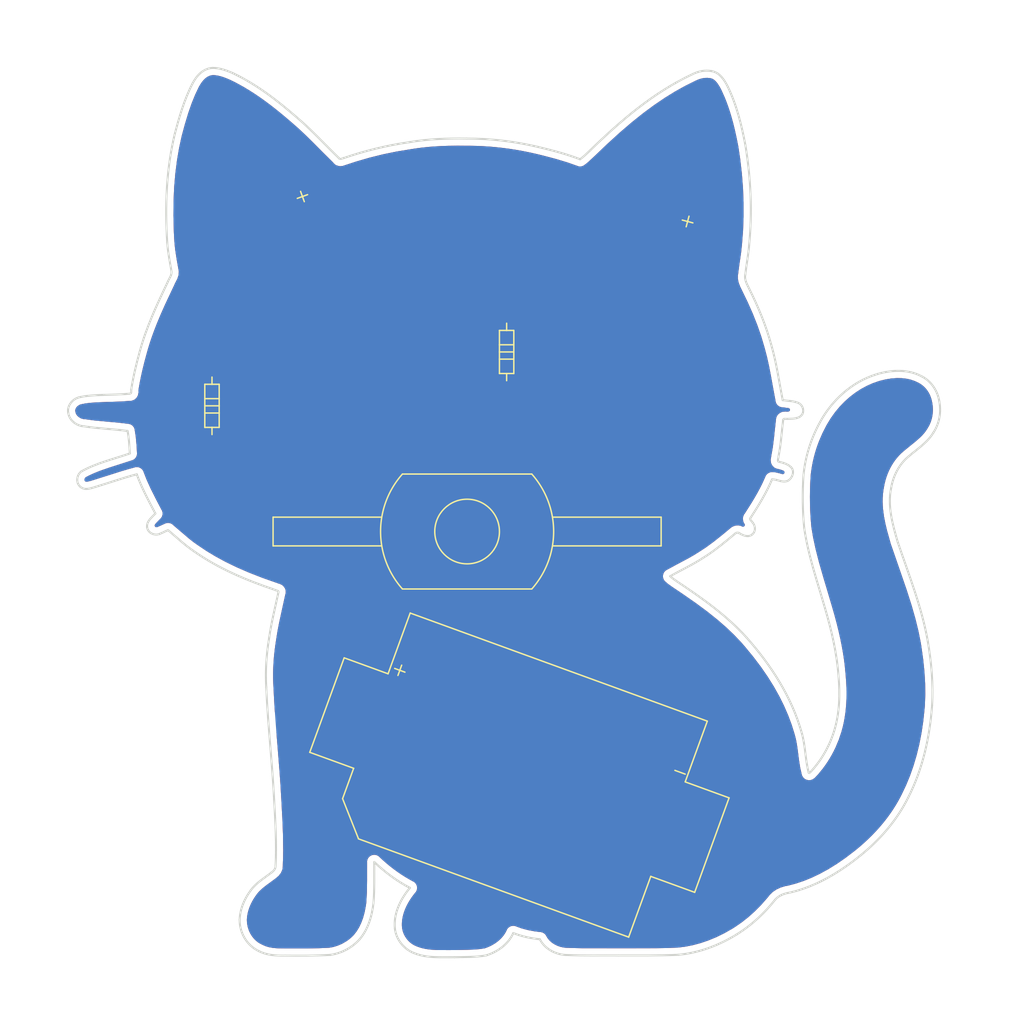
<source format=kicad_pcb>
(kicad_pcb (version 20241229) (generator "pcbnew") (generator_version "9.0")
  (title_block (title "Soldering Kit - Cat") (date "2025-05-24") (company "Netz39") (comment 1 "created by Timo"))
  (layers (0 "F.Cu" signal) (2 "B.Cu" signal) (13 "F.Paste" user) (15 "B.Paste" user) (5 "F.SilkS" user "F.Silkscreen") (7 "B.SilkS" user "B.Silkscreen") (1 "F.Mask" user) (3 "B.Mask" user) (25 "Edge.Cuts" user))
  (net 0 "")
  (net 1 "+3.3V")
  (net 2 "GND")
  (net 3 "Net-(D1-A)")
  (net 4 "Net-(D1-K)")
  (net 5 "Net-(D2-K)")
  (footprint "myparts:THT on SMD Resistor" (layer "F.Cu") (at 111.25 49.25 90)
    (property "Reference" "R2")
    (property "Value" "R")
    (fp_line (start 1.5 -3.5) (end 1.5 -3) (stroke (width 0.1)) (layer "F.SilkS"))
    (fp_line (start 0.5 -3.5) (end 0.499999 -2.5) (stroke (width 0.1)) (layer "F.SilkS"))
    (fp_line (start 0 -3.5) (end 0 -2.5) (stroke (width 0.1)) (layer "F.SilkS"))
    (fp_line (start -0.5 -3.5) (end -0.5 -2.5) (stroke (width 0.1)) (layer "F.SilkS"))
    (fp_line (start -1.5 -3.5) (end 1.5 -3.5) (stroke (width 0.1)) (layer "F.SilkS"))
    (fp_line (start 1.5 -3) (end 2 -3) (stroke (width 0.1)) (layer "F.SilkS"))
    (fp_line (start -1.5 -3) (end -1.5 -3.5) (stroke (width 0.1)) (layer "F.SilkS"))
    (fp_line (start -1.5 -3) (end -1.5 -2.5) (stroke (width 0.1)) (layer "F.SilkS"))
    (fp_line (start -2 -3) (end -1.5 -3) (stroke (width 0.1)) (layer "F.SilkS"))
    (fp_line (start 1.5 -2.5) (end 1.5 -3) (stroke (width 0.1)) (layer "F.SilkS"))
    (fp_line (start -1.5 -2.5) (end 1.5 -2.5) (stroke (width 0.1)) (layer "F.SilkS"))
    (pad "1" smd roundrect (at -5 -3 90) (size 5 2) (layers "F.Cu" "F.Mask" "F.Paste") (roundrect_rratio 0.15) (net 2 "GND"))
    (pad "2" smd roundrect (at 5 -3 90) (size 5 2) (layers "F.Cu" "F.Mask" "F.Paste") (roundrect_rratio 0.15) (net 5 "Net-(D2-K)"))
  )
  (footprint "myparts:Battery Holder CR2032 BH-49B-5" (layer "F.Cu") (at 107.515801 80.242568 -20)
    (property "Reference" "BT1")
    (property "Value" "Battery_Cell")
    (fp_line (start -13.25 1.5) (end -13.249999 -5.5) (stroke (width 0.1)) (layer "F.SilkS"))
    (fp_line (start -10 3.75) (end -10 1.499999) (stroke (width 0.1)) (layer "F.SilkS"))
    (fp_line (start -10 3.75) (end -8 6) (stroke (width 0.1)) (layer "F.SilkS"))
    (fp_line (start -13.249999 -5.5) (end -10 -5.5) (stroke (width 0.1)) (layer "F.SilkS"))
    (fp_line (start -10 1.499999) (end -13.25 1.5) (stroke (width 0.1)) (layer "F.SilkS"))
    (fp_line (start -10 -10) (end -10 -5.5) (stroke (width 0.1)) (layer "F.SilkS"))
    (fp_line (start -10 -10) (end 12 -10) (stroke (width 0.1)) (layer "F.SilkS"))
    (fp_line (start 12 5.999999) (end -8 6) (stroke (width 0.1)) (layer "F.SilkS"))
    (fp_line (start 12 1.5) (end 12 5.999999) (stroke (width 0.1)) (layer "F.SilkS"))
    (fp_line (start 12 -5.5) (end 15.25 -5.5) (stroke (width 0.1)) (layer "F.SilkS"))
    (fp_line (start 15.25 1.5) (end 12 1.5) (stroke (width 0.1)) (layer "F.SilkS"))
    (fp_line (start 12 -10) (end 12 -5.5) (stroke (width 0.1)) (layer "F.SilkS"))
    (fp_line (start 15.25 -5.5) (end 15.25 1.5) (stroke (width 0.1)) (layer "F.SilkS"))
    (fp_text user "+" (at -10 -5.5 340) (layer "F.SilkS") (effects (font (thickness 0.1)) (justify left bottom)))
    (fp_text user "-" (at 10.75 -5.5 340) (layer "F.SilkS") (effects (font (thickness 0.1)) (justify left bottom)))
    (pad "1" smd roundrect (at -13.75 -2 340) (size 4 5) (layers "F.Cu" "F.Mask" "F.Paste") (roundrect_rratio 0.15) (net 1 "+3.3V"))
    (pad "2" smd roundrect (at 15.75 -2 160) (size 4 5) (layers "F.Cu" "F.Mask" "F.Paste") (roundrect_rratio 0.15) (net 2 "GND"))
  )
  (footprint "myparts:THT on SMD LED" (layer "F.Cu") (at 116.796548 39.0926 -15)
    (property "Reference" "D2")
    (property "Value" "LED")
    (fp_text user "+" (at 3.5 0.5 345) (layer "F.SilkS") (effects (font (thickness 0.1)) (justify left bottom)))
    (pad "1" smd rect (at 0 0 345) (size 2 5) (layers "F.Cu" "F.Mask" "F.Paste") (net 5 "Net-(D2-K)"))
    (pad "2" smd rect (at 2.54 0 345) (size 2 5) (layers "F.Cu" "F.Mask" "F.Paste") (net 3 "Net-(D1-A)"))
  )
  (footprint "myparts:THT on SMD Resistor" (layer "F.Cu") (at 90.75 53 90)
    (property "Reference" "R1")
    (property "Value" "R")
    (fp_line (start 1.5 -3.5) (end 1.5 -3) (stroke (width 0.1)) (layer "F.SilkS"))
    (fp_line (start 0.5 -3.5) (end 0.5 -2.5) (stroke (width 0.1)) (layer "F.SilkS"))
    (fp_line (start 0 -3.5) (end 0 -2.5) (stroke (width 0.1)) (layer "F.SilkS"))
    (fp_line (start -0.5 -3.5) (end -0.5 -2.5) (stroke (width 0.1)) (layer "F.SilkS"))
    (fp_line (start -1.5 -3.5) (end 1.5 -3.5) (stroke (width 0.1)) (layer "F.SilkS"))
    (fp_line (start 1.5 -3) (end 2 -3) (stroke (width 0.1)) (layer "F.SilkS"))
    (fp_line (start -1.5 -3) (end -1.5 -3.5) (stroke (width 0.1)) (layer "F.SilkS"))
    (fp_line (start -1.5 -3) (end -1.5 -2.5) (stroke (width 0.1)) (layer "F.SilkS"))
    (fp_line (start -2 -3) (end -1.5 -3) (stroke (width 0.1)) (layer "F.SilkS"))
    (fp_line (start 1.5 -2.5) (end 1.5 -3) (stroke (width 0.1)) (layer "F.SilkS"))
    (fp_line (start -1.5 -2.5) (end 1.5 -2.5) (stroke (width 0.1)) (layer "F.SilkS"))
    (pad "1" smd roundrect (at -5 -3 90) (size 5 2) (layers "F.Cu" "F.Mask" "F.Paste") (roundrect_rratio 0.15) (net 2 "GND"))
    (pad "2" smd roundrect (at 5 -3 90) (size 5 2) (layers "F.Cu" "F.Mask" "F.Paste") (roundrect_rratio 0.15) (net 4 "Net-(D1-K)"))
  )
  (footprint "myparts:THT on SMD LED" (layer "F.Cu") (at 90.113181 39.868731 20)
    (property "Reference" "D1")
    (property "Value" "LED")
    (fp_text user "+" (at 3.5 0.5 20) (layer "F.SilkS") (effects (font (thickness 0.1)) (justify left bottom)))
    (pad "1" smd rect (at 0 0 20) (size 2 5) (layers "F.Cu" "F.Mask" "F.Paste") (net 4 "Net-(D1-K)"))
    (pad "2" smd rect (at 2.54 0 20) (size 2 5) (layers "F.Cu" "F.Mask" "F.Paste") (net 3 "Net-(D1-A)"))
  )
  (footprint "myparts:On Off Button" (layer "F.Cu") (at 104.5 67.75)
    (property "Reference" "SW1")
    (property "Value" "SW_Push")
    (fp_line (start -12.5 -7) (end -4.999999 -7) (stroke (width 0.1)) (layer "F.SilkS"))
    (fp_line (start -12.5 -5) (end -12.5 -7) (stroke (width 0.1)) (layer "F.SilkS"))
    (fp_line (start -5 -5) (end -12.5 -5) (stroke (width 0.1)) (layer "F.SilkS"))
    (fp_line (start -3.5 -10) (end 5.5 -10) (stroke (width 0.1)) (layer "F.SilkS"))
    (fp_line (start 5.499999 -2) (end -3.5 -2) (stroke (width 0.1)) (layer "F.SilkS"))
    (fp_line (start 7 -7) (end 14.5 -7) (stroke (width 0.1)) (layer "F.SilkS"))
    (fp_line (start 14.5 -7) (end 14.5 -5) (stroke (width 0.1)) (layer "F.SilkS"))
    (fp_line (start 14.5 -5) (end 7 -4.999999) (stroke (width 0.1)) (layer "F.SilkS"))
    (fp_arc (start -3.5 -2) (mid -5.020797 -6) (end -3.5 -10) (stroke (width 0.1)) (layer "F.SilkS"))
    (fp_arc (start 5.5 -10) (mid 7.020797 -6) (end 5.5 -2) (stroke (width 0.1)) (layer "F.SilkS"))
    (fp_circle (center 1 -6) (end 3.25 -6) (stroke (width 0.1)) (fill no) (layer "F.SilkS"))
    (pad "1" smd roundrect (at -9 -6.000001) (size 6.5 3) (layers "F.Cu" "F.Mask" "F.Paste") (roundrect_rratio 0.15) (net 1 "+3.3V"))
    (pad "2" smd roundrect (at 11 -6) (size 6.5 3) (layers "F.Cu" "F.Mask" "F.Paste") (roundrect_rratio 0.15) (net 3 "Net-(D1-A)"))
  )
  (gr_curve (pts (xy 137.850334 73.876411) (xy 137.945793 72.378326) (xy 137.804344 70.873669) (xy 137.555935 69.3966)) (stroke (width 0.14)) (layer "Edge.Cuts"))
  (gr_curve (pts (xy 127.173108 56.889765) (xy 127.065616 56.816994) (xy 127.170308 56.646103) (xy 127.163728 56.535553)) (stroke (width 0.14)) (layer "Edge.Cuts"))
  (gr_curve (pts (xy 90.44856 86.725171) (xy 90.00784 87.313802) (xy 89.697278 88.028587) (xy 89.674038 88.770346)) (stroke (width 0.14)) (layer "Edge.Cuts"))
  (gr_curve (pts (xy 82.714337 49.255577) (xy 82.476176 50.109116) (xy 82.272602 50.974378) (xy 82.133015 51.849229)) (stroke (width 0.14)) (layer "Edge.Cuts"))
  (gr_curve (pts (xy 82.032607 56.316088) (xy 80.906447 56.704735) (xy 79.724133 56.977172) (xy 78.67379 57.558038)) (stroke (width 0.14)) (layer "Edge.Cuts"))
  (gr_curve (pts (xy 127.458659 52.600481) (xy 127.210292 51.347788) (xy 127.037294 50.06085) (xy 126.681071 48.822157)) (stroke (width 0.14)) (layer "Edge.Cuts"))
  (gr_curve (pts (xy 130.398652 67.079725) (xy 130.858804 68.630782) (xy 131.228306 70.225765) (xy 131.344464 71.847792)) (stroke (width 0.14)) (layer "Edge.Cuts"))
  (gr_curve (pts (xy 127.812376 58.218366) (xy 128.136889 58.04429) (xy 128.324888 57.533089) (xy 128.021326 57.255327)) (stroke (width 0.14)) (layer "Edge.Cuts"))
  (gr_curve (pts (xy 83.808885 60.497332) (xy 83.565124 60.767798) (xy 83.185073 61.037679) (xy 83.234773 61.44889)) (stroke (width 0.14)) (layer "Edge.Cuts"))
  (gr_curve (pts (xy 126.718892 58.117431) (xy 127.085027 58.104151) (xy 127.453486 58.390095) (xy 127.812376 58.218366)) (stroke (width 0.14)) (layer "Edge.Cuts"))
  (gr_curve (pts (xy 89.674038 88.770346) (xy 89.660528 89.676625) (xy 90.183603 90.58781) (xy 91.022266 90.961451)) (stroke (width 0.14)) (layer "Edge.Cuts"))
  (gr_curve (pts (xy 86.386782 30.579715) (xy 85.814861 31.694556) (xy 85.466191 32.907362) (xy 85.151772 34.115445)) (stroke (width 0.14)) (layer "Edge.Cuts"))
  (gr_curve (pts (xy 136.219586 56.521802) (xy 136.816861 56.005318) (xy 137.514908 55.571909) (xy 137.93271 54.88091)) (stroke (width 0.14)) (layer "Edge.Cuts"))
  (gr_curve (pts (xy 100.475507 89.398662) (xy 100.568747 90.162989) (xy 101.112794 90.841291) (xy 101.835089 91.106043)) (stroke (width 0.14)) (layer "Edge.Cuts"))
  (gr_curve (pts (xy 132.894012 84.279452) (xy 134.246993 83.179763) (xy 135.416147 81.831717) (xy 136.192349 80.263072)) (stroke (width 0.14)) (layer "Edge.Cuts"))
  (gr_curve (pts (xy 95.9822 91.221133) (xy 96.756407 91.115371) (xy 97.494298 90.722631) (xy 98.016022 90.141669)) (stroke (width 0.14)) (layer "Edge.Cuts"))
  (gr_curve (pts (xy 137.93271 54.88091) (xy 138.361362 54.245883) (xy 138.500592 53.444359) (xy 138.356217 52.695947)) (stroke (width 0.14)) (layer "Edge.Cuts"))
  (gr_curve (pts (xy 82.000701 52.155512) (xy 81.400073 52.218155) (xy 80.792984 52.213808) (xy 80.189311 52.239356)) (stroke (width 0.14)) (layer "Edge.Cuts"))
  (gr_curve (pts (xy 84.172178 61.887753) (xy 84.351021 61.822737) (xy 84.514135 61.721334) (xy 84.691949 61.653836)) (stroke (width 0.14)) (layer "Edge.Cuts"))
  (gr_curve (pts (xy 78.597154 58.63937) (xy 78.902158 58.9115) (xy 79.330768 58.738805) (xy 79.668875 58.63734)) (stroke (width 0.14)) (layer "Edge.Cuts"))
  (gr_curve (pts (xy 122.515693 29.699956) (xy 122.058642 29.610314) (xy 121.586247 29.709882) (xy 121.175074 29.917985)) (stroke (width 0.14)) (layer "Edge.Cuts"))
  (gr_curve (pts (xy 79.668875 58.63734) (xy 80.61965 58.353473) (xy 81.55387 58.012879) (xy 82.516069 57.766826)) (stroke (width 0.14)) (layer "Edge.Cuts"))
  (gr_curve (pts (xy 84.691949 61.653836) (xy 85.281664 62.142378) (xy 85.832067 62.680095) (xy 86.470761 63.107006)) (stroke (width 0.14)) (layer "Edge.Cuts"))
  (gr_curve (pts (xy 80.189311 52.239356) (xy 79.614282 52.262064) (xy 79.030496 52.279046) (xy 78.469782 52.416797)) (stroke (width 0.14)) (layer "Edge.Cuts"))
  (gr_curve (pts (xy 128.902465 57.83772) (xy 128.824422 59.057157) (xy 128.834915 60.285184) (xy 128.954825 61.501228)) (stroke (width 0.14)) (layer "Edge.Cuts"))
  (gr_curve (pts (xy 127.163728 56.535553) (xy 127.339897 55.697529) (xy 127.380357 54.849695) (xy 127.489235 53.998645)) (stroke (width 0.14)) (layer "Edge.Cuts"))
  (gr_curve (pts (xy 126.932329 87.378991) (xy 127.191749 87.078844) (xy 127.575412 86.94083) (xy 127.95785 86.884452)) (stroke (width 0.14)) (layer "Edge.Cuts"))
  (gr_curve (pts (xy 135.456285 62.463331) (xy 135.106733 61.255115) (xy 134.737574 59.980291) (xy 135.002874 58.716245)) (stroke (width 0.14)) (layer "Edge.Cuts"))
  (gr_curve (pts (xy 124.864207 34.86523) (xy 124.600713 33.464919) (xy 124.256957 32.061987) (xy 123.63227 30.774614)) (stroke (width 0.14)) (layer "Edge.Cuts"))
  (gr_curve (pts (xy 137.555935 69.3966) (xy 137.135627 67.009183) (xy 136.225746 64.749846) (xy 135.456285 62.463331)) (stroke (width 0.14)) (layer "Edge.Cuts"))
  (gr_curve (pts (xy 114.059686 35.218643) (xy 113.829449 35.426998) (xy 113.615452 35.656646) (xy 113.36047 35.83548)) (stroke (width 0.14)) (layer "Edge.Cuts"))
  (gr_curve (pts (xy 121.867479 63.617564) (xy 122.679017 63.123772) (xy 123.408291 62.512597) (xy 124.135486 61.90604)) (stroke (width 0.14)) (layer "Edge.Cuts"))
  (gr_curve (pts (xy 105.452283 34.396194) (xy 104.117383 34.374991) (xy 102.777044 34.421227) (xy 101.459532 34.650005)) (stroke (width 0.14)) (layer "Edge.Cuts"))
  (gr_curve (pts (xy 127.95785 86.884452) (xy 129.794405 86.460391) (xy 131.44378 85.456865) (xy 132.894012 84.279452)) (stroke (width 0.14)) (layer "Edge.Cuts"))
  (gr_curve (pts (xy 92.071559 80.397123) (xy 92.157162 81.933711) (xy 92.252957 83.480141) (xy 92.174228 85.020859)) (stroke (width 0.14)) (layer "Edge.Cuts"))
  (gr_curve (pts (xy 135.002874 58.716245) (xy 135.147767 57.875757) (xy 135.553529 57.068114) (xy 136.219586 56.521802)) (stroke (width 0.14)) (layer "Edge.Cuts"))
  (gr_curve (pts (xy 125.230741 60.785588) (xy 125.784938 59.93039) (xy 126.323945 59.059697) (xy 126.718892 58.117431)) (stroke (width 0.14)) (layer "Edge.Cuts"))
  (gr_curve (pts (xy 138.356217 52.695947) (xy 138.243692 51.974754) (xy 137.808775 51.300987) (xy 137.153785 50.961194)) (stroke (width 0.14)) (layer "Edge.Cuts"))
  (gr_curve (pts (xy 125.33418 61.955572) (xy 125.587279 61.757819) (xy 125.574182 61.37359) (xy 125.37667 61.14167)) (stroke (width 0.14)) (layer "Edge.Cuts"))
  (gr_curve (pts (xy 113.36047 35.83548) (xy 112.397207 35.469641) (xy 111.398398 35.206993) (xy 110.396985 34.968971)) (stroke (width 0.14)) (layer "Edge.Cuts"))
  (gr_curve (pts (xy 124.45232 61.875066) (xy 124.709738 62.028602) (xy 125.069909 62.180163) (xy 125.33418 61.955572)) (stroke (width 0.14)) (layer "Edge.Cuts"))
  (gr_curve (pts (xy 91.022266 90.961451) (xy 91.579179 91.255209) (xy 92.220687 91.278301) (xy 92.836197 91.269468)) (stroke (width 0.14)) (layer "Edge.Cuts"))
  (gr_curve (pts (xy 125.138047 44.874537) (xy 124.992286 44.557059) (xy 124.776861 44.233832) (xy 124.85566 43.867571)) (stroke (width 0.14)) (layer "Edge.Cuts"))
  (gr_curve (pts (xy 128.429041 52.757361) (xy 128.113586 52.650069) (xy 127.773148 52.655701) (xy 127.458659 52.600481)) (stroke (width 0.14)) (layer "Edge.Cuts"))
  (gr_curve (pts (xy 84.662976 44.397656) (xy 83.907767 45.971408) (xy 83.166439 47.563785) (xy 82.714337 49.255577)) (stroke (width 0.14)) (layer "Edge.Cuts"))
  (gr_curve (pts (xy 92.102667 65.802931) (xy 92.188067 65.865777) (xy 92.423631 65.847024) (xy 92.369696 65.989448)) (stroke (width 0.14)) (layer "Edge.Cuts"))
  (gr_curve (pts (xy 120.205735 91.212855) (xy 121.70076 91.077618) (xy 123.13856 90.512287) (xy 124.398357 89.709215)) (stroke (width 0.14)) (layer "Edge.Cuts"))
  (gr_curve (pts (xy 128.766035 75.709296) (xy 128.070592 73.240499) (xy 126.634738 71.04324) (xy 124.949257 69.135715)) (stroke (width 0.14)) (layer "Edge.Cuts"))
  (gr_curve (pts (xy 96.565293 35.738948) (xy 95.580386 34.788414) (xy 94.659732 33.770469) (xy 93.611153 32.887347)) (stroke (width 0.14)) (layer "Edge.Cuts"))
  (gr_curve (pts (xy 124.398357 89.709215) (xy 125.369383 89.085227) (xy 126.217293 88.282531) (xy 126.932329 87.378991)) (stroke (width 0.14)) (layer "Edge.Cuts"))
  (gr_curve (pts (xy 82.133015 51.849229) (xy 82.116425 51.965186) (xy 82.188245 52.172664) (xy 82.000701 52.155512)) (stroke (width 0.14)) (layer "Edge.Cuts"))
  (gr_curve (pts (xy 87.784318 29.476586) (xy 87.102574 29.51536) (xy 86.656905 30.055882) (xy 86.386782 30.579715)) (stroke (width 0.14)) (layer "Edge.Cuts"))
  (gr_curve (pts (xy 129.26818 78.533525) (xy 129.016705 77.611541) (xy 129.047204 76.627819) (xy 128.766035 75.709296)) (stroke (width 0.14)) (layer "Edge.Cuts"))
  (gr_curve (pts (xy 99.040899 84.756499) (xy 99.780449 85.463332) (xy 100.610047 86.081587) (xy 101.51759 86.555472)) (stroke (width 0.14)) (layer "Edge.Cuts"))
  (gr_curve (pts (xy 131.344464 71.847792) (xy 131.45211 73.083725) (xy 131.419007 74.347528) (xy 131.063148 75.553352)) (stroke (width 0.14)) (layer "Edge.Cuts"))
  (gr_curve (pts (xy 77.75 53.5) (xy 77.831102 54.031591) (xy 78.344216 54.409836) (xy 78.866185 54.429128)) (stroke (width 0.14)) (layer "Edge.Cuts"))
  (gr_curve (pts (xy 93.611153 32.887347) (xy 92.268777 31.722402) (xy 90.841694 30.622581) (xy 89.229076 29.857102)) (stroke (width 0.14)) (layer "Edge.Cuts"))
  (gr_curve (pts (xy 91.871688 85.501244) (xy 91.378006 85.884933) (xy 90.817152 86.20494) (xy 90.44856 86.725171)) (stroke (width 0.14)) (layer "Edge.Cuts"))
  (gr_curve (pts (xy 110.559854 90.13219) (xy 110.912234 90.831628) (xy 111.712229 91.227447) (xy 112.476986 91.231013)) (stroke (width 0.14)) (layer "Edge.Cuts"))
  (gr_curve (pts (xy 110.396985 34.968971) (xy 108.777472 34.590128) (xy 107.116456 34.388472) (xy 105.452283 34.396194)) (stroke (width 0.14)) (layer "Edge.Cuts"))
  (gr_curve (pts (xy 125.37667 61.14167) (xy 125.32326 61.024573) (xy 125.102837 60.912969) (xy 125.230741 60.785588)) (stroke (width 0.14)) (layer "Edge.Cuts"))
  (gr_curve (pts (xy 131.063148 75.553352) (xy 130.768672 76.551389) (xy 130.261424 77.491503) (xy 129.581941 78.279715)) (stroke (width 0.14)) (layer "Edge.Cuts"))
  (gr_curve (pts (xy 124.135486 61.90604) (xy 124.228586 61.823214) (xy 124.347915 61.788347) (xy 124.45232 61.875066)) (stroke (width 0.14)) (layer "Edge.Cuts"))
  (gr_curve (pts (xy 78.866185 54.429128) (xy 79.866002 54.590202) (xy 80.880288 54.607267) (xy 81.8772 54.752234)) (stroke (width 0.14)) (layer "Edge.Cuts"))
  (gr_curve (pts (xy 123.63227 30.774614) (xy 123.398463 30.31249) (xy 123.069638 29.79099) (xy 122.515693 29.699956)) (stroke (width 0.14)) (layer "Edge.Cuts"))
  (gr_curve (pts (xy 137.153785 50.961194) (xy 136.185468 50.426883) (xy 135.003231 50.493412) (xy 133.975211 50.808319)) (stroke (width 0.14)) (layer "Edge.Cuts"))
  (gr_curve (pts (xy 125.121226 41.837885) (xy 125.349762 39.516184) (xy 125.245427 37.164911) (xy 124.864207 34.86523)) (stroke (width 0.14)) (layer "Edge.Cuts"))
  (gr_curve (pts (xy 108.713485 89.700271) (xy 109.301506 89.940154) (xy 109.929826 90.067722) (xy 110.559854 90.13219)) (stroke (width 0.14)) (layer "Edge.Cuts"))
  (gr_curve (pts (xy 78.469782 52.416797) (xy 78.016945 52.550907) (xy 77.647912 53.014465) (xy 77.75 53.5)) (stroke (width 0.14)) (layer "Edge.Cuts"))
  (gr_curve (pts (xy 91.726557 69.148) (xy 91.538614 70.282059) (xy 91.454026 71.434571) (xy 91.524817 72.583324)) (stroke (width 0.14)) (layer "Edge.Cuts"))
  (gr_curve (pts (xy 104.620333 91.384423) (xy 105.356971 91.363367) (xy 106.103353 91.387433) (xy 106.829995 91.255847)) (stroke (width 0.14)) (layer "Edge.Cuts"))
  (gr_curve (pts (xy 96.912297 35.753235) (xy 96.790945 35.778085) (xy 96.645331 35.88939) (xy 96.565293 35.738948)) (stroke (width 0.14)) (layer "Edge.Cuts"))
  (gr_curve (pts (xy 101.51759 86.555472) (xy 100.864042 87.341623) (xy 100.365222 88.352315) (xy 100.475507 89.398662)) (stroke (width 0.14)) (layer "Edge.Cuts"))
  (gr_curve (pts (xy 92.174228 85.020859) (xy 92.184938 85.23538) (xy 92.029594 85.382365) (xy 91.871688 85.501244)) (stroke (width 0.14)) (layer "Edge.Cuts"))
  (gr_curve (pts (xy 84.633604 41.62109) (xy 84.681484 42.31183) (xy 84.820525 42.999844) (xy 84.937754 43.673874)) (stroke (width 0.14)) (layer "Edge.Cuts"))
  (gr_curve (pts (xy 89.229076 29.857102) (xy 88.774566 29.650824) (xy 88.289221 29.475968) (xy 87.784318 29.476586)) (stroke (width 0.14)) (layer "Edge.Cuts"))
  (gr_curve (pts (xy 106.829995 91.255847) (xy 107.624362 91.009216) (xy 108.372011 90.476586) (xy 108.713485 89.700271)) (stroke (width 0.14)) (layer "Edge.Cuts"))
  (gr_curve (pts (xy 119.629908 64.863254) (xy 120.370998 64.439174) (xy 121.150833 64.084708) (xy 121.867479 63.617564)) (stroke (width 0.14)) (layer "Edge.Cuts"))
  (gr_curve (pts (xy 121.175074 29.917985) (xy 118.471261 31.18154) (xy 116.180714 33.151105) (xy 114.059686 35.218643)) (stroke (width 0.14)) (layer "Edge.Cuts"))
  (gr_curve (pts (xy 86.470761 63.107006) (xy 88.178397 64.320007) (xy 90.127862 65.13617) (xy 92.102667 65.802931)) (stroke (width 0.14)) (layer "Edge.Cuts"))
  (gr_curve (pts (xy 129.581941 78.279715) (xy 129.490143 78.369683) (xy 129.297489 78.64098) (xy 129.26818 78.533525)) (stroke (width 0.14)) (layer "Edge.Cuts"))
  (gr_curve (pts (xy 81.8772 54.752234) (xy 81.975872 55.264788) (xy 82.002759 55.790049) (xy 82.032607 56.316088)) (stroke (width 0.14)) (layer "Edge.Cuts"))
  (gr_curve (pts (xy 128.819977 53.585551) (xy 129.001942 53.266843) (xy 128.783087 52.829778) (xy 128.429041 52.757361)) (stroke (width 0.14)) (layer "Edge.Cuts"))
  (gr_curve (pts (xy 127.489235 53.998645) (xy 127.497705 53.83035) (xy 127.756712 53.936751) (xy 127.873626 53.902647)) (stroke (width 0.14)) (layer "Edge.Cuts"))
  (gr_curve (pts (xy 124.85566 43.867571) (xy 124.927494 43.188876) (xy 125.067732 42.519027) (xy 125.121226 41.837885)) (stroke (width 0.14)) (layer "Edge.Cuts"))
  (gr_curve (pts (xy 128.954825 61.501228) (xy 129.227685 63.408091) (xy 129.869991 65.234081) (xy 130.398652 67.079725)) (stroke (width 0.14)) (layer "Edge.Cuts"))
  (gr_curve (pts (xy 136.192349 80.263072) (xy 137.199621 78.28599) (xy 137.687605 76.078651) (xy 137.850334 73.876411)) (stroke (width 0.14)) (layer "Edge.Cuts"))
  (gr_curve (pts (xy 82.516069 57.766826) (xy 82.855611 58.715627) (xy 83.344568 59.611488) (xy 83.808885 60.497332)) (stroke (width 0.14)) (layer "Edge.Cuts"))
  (gr_curve (pts (xy 101.835089 91.106043) (xy 102.717957 91.461671) (xy 103.689942 91.37376) (xy 104.620333 91.384423)) (stroke (width 0.14)) (layer "Edge.Cuts"))
  (gr_curve (pts (xy 78.67379 57.558038) (xy 78.327885 57.796782) (xy 78.250878 58.365363) (xy 78.597154 58.63937)) (stroke (width 0.14)) (layer "Edge.Cuts"))
  (gr_curve (pts (xy 128.021326 57.255327) (xy 127.789556 57.03853) (xy 127.469768 56.95848) (xy 127.173108 56.889765)) (stroke (width 0.14)) (layer "Edge.Cuts"))
  (gr_curve (pts (xy 98.985739 87.617579) (xy 99.064237 86.66596) (xy 99.033409 85.710217) (xy 99.040899 84.756499)) (stroke (width 0.14)) (layer "Edge.Cuts"))
  (gr_curve (pts (xy 124.949257 69.135715) (xy 123.543867 67.572489) (xy 121.809225 66.3607) (xy 120.069711 65.202114)) (stroke (width 0.14)) (layer "Edge.Cuts"))
  (gr_curve (pts (xy 83.234773 61.44889) (xy 83.284683 61.872951) (xy 83.814016 62.090152) (xy 84.172178 61.887753)) (stroke (width 0.14)) (layer "Edge.Cuts"))
  (gr_curve (pts (xy 116.047833 91.259986) (xy 117.433672 91.254596) (xy 118.821289 91.280783) (xy 120.205735 91.212855)) (stroke (width 0.14)) (layer "Edge.Cuts"))
  (gr_curve (pts (xy 130.053762 54.139503) (xy 129.424644 55.276072) (xy 129.026813 56.544763) (xy 128.902465 57.83772)) (stroke (width 0.14)) (layer "Edge.Cuts"))
  (gr_curve (pts (xy 112.476986 91.231013) (xy 113.666384 91.283051) (xy 114.857644 91.249073) (xy 116.047833 91.259986)) (stroke (width 0.14)) (layer "Edge.Cuts"))
  (gr_curve (pts (xy 84.937754 43.673874) (xy 84.949094 43.941283) (xy 84.748159 44.15479) (xy 84.662976 44.397656)) (stroke (width 0.14)) (layer "Edge.Cuts"))
  (gr_curve (pts (xy 85.151772 34.115445) (xy 84.562407 36.566833) (xy 84.476034 39.113295) (xy 84.633604 41.62109)) (stroke (width 0.14)) (layer "Edge.Cuts"))
  (gr_curve (pts (xy 92.369696 65.989448) (xy 92.14725 67.040895) (xy 91.878611 68.082834) (xy 91.726557 69.148)) (stroke (width 0.14)) (layer "Edge.Cuts"))
  (gr_curve (pts (xy 92.836197 91.269468) (xy 93.884755 91.278253) (xy 94.935441 91.283188) (xy 95.9822 91.221133)) (stroke (width 0.14)) (layer "Edge.Cuts"))
  (gr_curve (pts (xy 101.459532 34.650005) (xy 99.912581 34.870686) (xy 98.3895 35.244906) (xy 96.912297 35.753235)) (stroke (width 0.14)) (layer "Edge.Cuts"))
  (gr_curve (pts (xy 120.069711 65.202114) (xy 119.920436 65.092868) (xy 119.760864 64.995271) (xy 119.629908 64.863254)) (stroke (width 0.14)) (layer "Edge.Cuts"))
  (gr_curve (pts (xy 91.524817 72.583324) (xy 91.633891 75.192401) (xy 91.940498 77.788966) (xy 92.071559 80.397123)) (stroke (width 0.14)) (layer "Edge.Cuts"))
  (gr_curve (pts (xy 127.873626 53.902647) (xy 128.202073 53.899286) (xy 128.62635 53.900337) (xy 128.819977 53.585551)) (stroke (width 0.14)) (layer "Edge.Cuts"))
  (gr_curve (pts (xy 133.975211 50.808319) (xy 132.285173 51.327678) (xy 130.888932 52.598705) (xy 130.053762 54.139503)) (stroke (width 0.14)) (layer "Edge.Cuts"))
  (gr_curve (pts (xy 126.681071 48.822157) (xy 126.312227 47.454567) (xy 125.773374 46.138406) (xy 125.138047 44.874537)) (stroke (width 0.14)) (layer "Edge.Cuts"))
  (gr_curve (pts (xy 98.016022 90.141669) (xy 98.615285 89.441044) (xy 98.879836 88.517243) (xy 98.985739 87.617579)) (stroke (width 0.14)) (layer "Edge.Cuts"))
  (segment (start 95.279068 61.779068) (end 95.25 61.75) (width 0.2) (layer "F.Cu") (net 1))
  (segment (start 95.279068 73.660406) (end 95.279068 61.779068) (width 0.2) (layer "F.Cu") (net 1))
  (segment (start 122.25 39.75) (end 122.25 55.25) (width 0.2) (layer "F.Cu") (net 3))
  (segment (start 92.5 39) (end 101.75 39) (width 0.2) (layer "F.Cu") (net 3))
  (segment (start 101.75 39) (end 101.75 61.75) (width 0.2) (layer "F.Cu") (net 3))
  (segment (start 122.25 55.25) (end 115.75 61.75) (width 0.2) (layer "F.Cu") (net 3))
  (segment (start 119.25 39.75) (end 122.25 39.75) (width 0.2) (layer "F.Cu") (net 3))
  (segment (start 101.75 61.75) (end 115.25 61.75) (width 0.2) (layer "F.Cu") (net 3))
  (segment (start 87.75 40) (end 87.75 47.75) (width 0.2) (layer "F.Cu") (net 4))
  (segment (start 87.881269 39.868731) (end 87.75 40) (width 0.2) (layer "F.Cu") (net 4))
  (segment (start 90.113181 39.868731) (end 87.881269 39.868731) (width 0.2) (layer "F.Cu") (net 4))
  (segment (start 113.25 39.25) (end 116.5 39.25) (width 0.2) (layer "F.Cu") (net 5))
  (segment (start 108.25 44.25) (end 113.25 39.25) (width 0.2) (layer "F.Cu") (net 5))
  (zone (net 2) (net_name "GND") (layers "F.Cu" "B.Cu") (connect_pads (clearance 0.5)) (min_thickness 0.25) (fill yes (thermal_gap 0.5) (thermal_bridge_width 0.5) (island_removal_mode 1) (island_area_min 10))
    (polygon (pts (xy 144.25 24.75) (xy 144.25 95.75) (xy 73 95.75) (xy 73 24.75)))
  )
)
</source>
